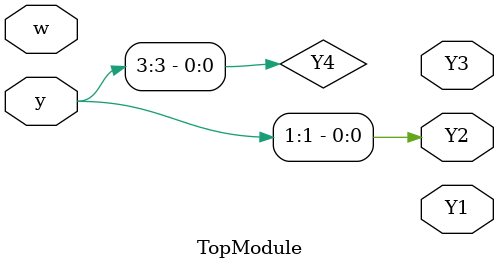
<source format=sv>

module TopModule (
    input  [6:0] y, // 7-bit input for states
    input  w,
    output Y1, // Not specified in the problem but must be defined
    output Y2,
    output Y3  // Not specified in the problem but must be defined
);

    // Assign Y2 and Y4 based on the state encoding
    assign Y2 = y[1]; // Is 1 when in state B
    assign Y4 = y[3]; // Is 1 when in state D

   // Note: Y1 and Y3 are not defined in the conditions provided.
   // You may need to define logic based on requirements or context.

endmodule
</source>
